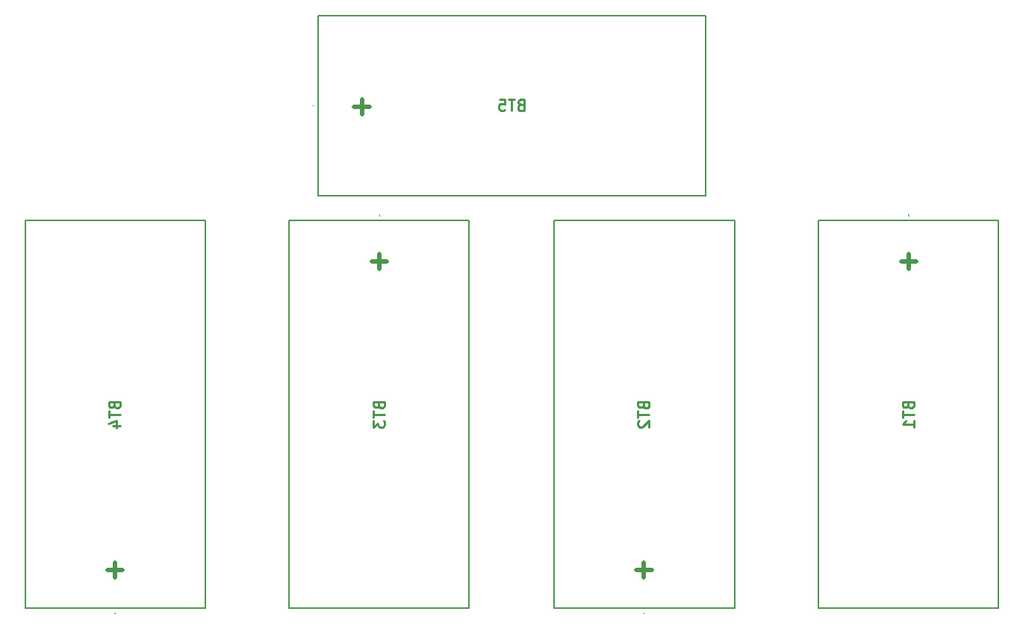
<source format=gbr>
%TF.GenerationSoftware,KiCad,Pcbnew,7.0.1-0*%
%TF.CreationDate,2023-05-22T13:54:53+09:00*%
%TF.ProjectId,Battery,42617474-6572-4792-9e6b-696361645f70,rev?*%
%TF.SameCoordinates,Original*%
%TF.FileFunction,Legend,Bot*%
%TF.FilePolarity,Positive*%
%FSLAX46Y46*%
G04 Gerber Fmt 4.6, Leading zero omitted, Abs format (unit mm)*
G04 Created by KiCad (PCBNEW 7.0.1-0) date 2023-05-22 13:54:53*
%MOMM*%
%LPD*%
G01*
G04 APERTURE LIST*
%ADD10C,0.500000*%
%ADD11C,0.254000*%
%ADD12C,0.100000*%
%ADD13C,0.200000*%
G04 APERTURE END LIST*
D10*
X159780000Y-115606428D02*
X159780000Y-117320714D01*
X158922857Y-116463571D02*
X160637143Y-116463571D01*
X99780000Y-115606428D02*
X99780000Y-117320714D01*
X98922857Y-116463571D02*
X100637143Y-116463571D01*
X127780000Y-63106428D02*
X127780000Y-64820714D01*
X126922857Y-63963571D02*
X128637143Y-63963571D01*
X189780000Y-80606428D02*
X189780000Y-82320714D01*
X188922857Y-81463571D02*
X190637143Y-81463571D01*
X129780000Y-80606428D02*
X129780000Y-82320714D01*
X128922857Y-81463571D02*
X130637143Y-81463571D01*
D11*
%TO.C,BT5*%
X145777856Y-63712288D02*
X145596428Y-63772764D01*
X145596428Y-63772764D02*
X145535951Y-63833240D01*
X145535951Y-63833240D02*
X145475475Y-63954192D01*
X145475475Y-63954192D02*
X145475475Y-64135621D01*
X145475475Y-64135621D02*
X145535951Y-64256573D01*
X145535951Y-64256573D02*
X145596428Y-64317050D01*
X145596428Y-64317050D02*
X145717380Y-64377526D01*
X145717380Y-64377526D02*
X146201190Y-64377526D01*
X146201190Y-64377526D02*
X146201190Y-63107526D01*
X146201190Y-63107526D02*
X145777856Y-63107526D01*
X145777856Y-63107526D02*
X145656904Y-63168002D01*
X145656904Y-63168002D02*
X145596428Y-63228478D01*
X145596428Y-63228478D02*
X145535951Y-63349430D01*
X145535951Y-63349430D02*
X145535951Y-63470383D01*
X145535951Y-63470383D02*
X145596428Y-63591335D01*
X145596428Y-63591335D02*
X145656904Y-63651811D01*
X145656904Y-63651811D02*
X145777856Y-63712288D01*
X145777856Y-63712288D02*
X146201190Y-63712288D01*
X145112618Y-63107526D02*
X144386904Y-63107526D01*
X144749761Y-64377526D02*
X144749761Y-63107526D01*
X143358809Y-63107526D02*
X143963571Y-63107526D01*
X143963571Y-63107526D02*
X144024047Y-63712288D01*
X144024047Y-63712288D02*
X143963571Y-63651811D01*
X143963571Y-63651811D02*
X143842618Y-63591335D01*
X143842618Y-63591335D02*
X143540237Y-63591335D01*
X143540237Y-63591335D02*
X143419285Y-63651811D01*
X143419285Y-63651811D02*
X143358809Y-63712288D01*
X143358809Y-63712288D02*
X143298332Y-63833240D01*
X143298332Y-63833240D02*
X143298332Y-64135621D01*
X143298332Y-64135621D02*
X143358809Y-64256573D01*
X143358809Y-64256573D02*
X143419285Y-64317050D01*
X143419285Y-64317050D02*
X143540237Y-64377526D01*
X143540237Y-64377526D02*
X143842618Y-64377526D01*
X143842618Y-64377526D02*
X143963571Y-64317050D01*
X143963571Y-64317050D02*
X144024047Y-64256573D01*
%TO.C,BT3*%
X129702288Y-97792143D02*
X129762764Y-97973571D01*
X129762764Y-97973571D02*
X129823240Y-98034048D01*
X129823240Y-98034048D02*
X129944192Y-98094524D01*
X129944192Y-98094524D02*
X130125621Y-98094524D01*
X130125621Y-98094524D02*
X130246573Y-98034048D01*
X130246573Y-98034048D02*
X130307050Y-97973571D01*
X130307050Y-97973571D02*
X130367526Y-97852619D01*
X130367526Y-97852619D02*
X130367526Y-97368809D01*
X130367526Y-97368809D02*
X129097526Y-97368809D01*
X129097526Y-97368809D02*
X129097526Y-97792143D01*
X129097526Y-97792143D02*
X129158002Y-97913095D01*
X129158002Y-97913095D02*
X129218478Y-97973571D01*
X129218478Y-97973571D02*
X129339430Y-98034048D01*
X129339430Y-98034048D02*
X129460383Y-98034048D01*
X129460383Y-98034048D02*
X129581335Y-97973571D01*
X129581335Y-97973571D02*
X129641811Y-97913095D01*
X129641811Y-97913095D02*
X129702288Y-97792143D01*
X129702288Y-97792143D02*
X129702288Y-97368809D01*
X129097526Y-98457381D02*
X129097526Y-99183095D01*
X130367526Y-98820238D02*
X129097526Y-98820238D01*
X129097526Y-99485476D02*
X129097526Y-100271667D01*
X129097526Y-100271667D02*
X129581335Y-99848333D01*
X129581335Y-99848333D02*
X129581335Y-100029762D01*
X129581335Y-100029762D02*
X129641811Y-100150714D01*
X129641811Y-100150714D02*
X129702288Y-100211190D01*
X129702288Y-100211190D02*
X129823240Y-100271667D01*
X129823240Y-100271667D02*
X130125621Y-100271667D01*
X130125621Y-100271667D02*
X130246573Y-100211190D01*
X130246573Y-100211190D02*
X130307050Y-100150714D01*
X130307050Y-100150714D02*
X130367526Y-100029762D01*
X130367526Y-100029762D02*
X130367526Y-99666905D01*
X130367526Y-99666905D02*
X130307050Y-99545952D01*
X130307050Y-99545952D02*
X130246573Y-99485476D01*
%TO.C,BT4*%
X99702288Y-97792143D02*
X99762764Y-97973571D01*
X99762764Y-97973571D02*
X99823240Y-98034048D01*
X99823240Y-98034048D02*
X99944192Y-98094524D01*
X99944192Y-98094524D02*
X100125621Y-98094524D01*
X100125621Y-98094524D02*
X100246573Y-98034048D01*
X100246573Y-98034048D02*
X100307050Y-97973571D01*
X100307050Y-97973571D02*
X100367526Y-97852619D01*
X100367526Y-97852619D02*
X100367526Y-97368809D01*
X100367526Y-97368809D02*
X99097526Y-97368809D01*
X99097526Y-97368809D02*
X99097526Y-97792143D01*
X99097526Y-97792143D02*
X99158002Y-97913095D01*
X99158002Y-97913095D02*
X99218478Y-97973571D01*
X99218478Y-97973571D02*
X99339430Y-98034048D01*
X99339430Y-98034048D02*
X99460383Y-98034048D01*
X99460383Y-98034048D02*
X99581335Y-97973571D01*
X99581335Y-97973571D02*
X99641811Y-97913095D01*
X99641811Y-97913095D02*
X99702288Y-97792143D01*
X99702288Y-97792143D02*
X99702288Y-97368809D01*
X99097526Y-98457381D02*
X99097526Y-99183095D01*
X100367526Y-98820238D02*
X99097526Y-98820238D01*
X99520859Y-100150714D02*
X100367526Y-100150714D01*
X99037050Y-99848333D02*
X99944192Y-99545952D01*
X99944192Y-99545952D02*
X99944192Y-100332143D01*
%TO.C,BT1*%
X189702288Y-97792143D02*
X189762764Y-97973571D01*
X189762764Y-97973571D02*
X189823240Y-98034048D01*
X189823240Y-98034048D02*
X189944192Y-98094524D01*
X189944192Y-98094524D02*
X190125621Y-98094524D01*
X190125621Y-98094524D02*
X190246573Y-98034048D01*
X190246573Y-98034048D02*
X190307050Y-97973571D01*
X190307050Y-97973571D02*
X190367526Y-97852619D01*
X190367526Y-97852619D02*
X190367526Y-97368809D01*
X190367526Y-97368809D02*
X189097526Y-97368809D01*
X189097526Y-97368809D02*
X189097526Y-97792143D01*
X189097526Y-97792143D02*
X189158002Y-97913095D01*
X189158002Y-97913095D02*
X189218478Y-97973571D01*
X189218478Y-97973571D02*
X189339430Y-98034048D01*
X189339430Y-98034048D02*
X189460383Y-98034048D01*
X189460383Y-98034048D02*
X189581335Y-97973571D01*
X189581335Y-97973571D02*
X189641811Y-97913095D01*
X189641811Y-97913095D02*
X189702288Y-97792143D01*
X189702288Y-97792143D02*
X189702288Y-97368809D01*
X189097526Y-98457381D02*
X189097526Y-99183095D01*
X190367526Y-98820238D02*
X189097526Y-98820238D01*
X190367526Y-100271667D02*
X190367526Y-99545952D01*
X190367526Y-99908809D02*
X189097526Y-99908809D01*
X189097526Y-99908809D02*
X189278954Y-99787857D01*
X189278954Y-99787857D02*
X189399907Y-99666905D01*
X189399907Y-99666905D02*
X189460383Y-99545952D01*
%TO.C,BT2*%
X159702288Y-97792143D02*
X159762764Y-97973571D01*
X159762764Y-97973571D02*
X159823240Y-98034048D01*
X159823240Y-98034048D02*
X159944192Y-98094524D01*
X159944192Y-98094524D02*
X160125621Y-98094524D01*
X160125621Y-98094524D02*
X160246573Y-98034048D01*
X160246573Y-98034048D02*
X160307050Y-97973571D01*
X160307050Y-97973571D02*
X160367526Y-97852619D01*
X160367526Y-97852619D02*
X160367526Y-97368809D01*
X160367526Y-97368809D02*
X159097526Y-97368809D01*
X159097526Y-97368809D02*
X159097526Y-97792143D01*
X159097526Y-97792143D02*
X159158002Y-97913095D01*
X159158002Y-97913095D02*
X159218478Y-97973571D01*
X159218478Y-97973571D02*
X159339430Y-98034048D01*
X159339430Y-98034048D02*
X159460383Y-98034048D01*
X159460383Y-98034048D02*
X159581335Y-97973571D01*
X159581335Y-97973571D02*
X159641811Y-97913095D01*
X159641811Y-97913095D02*
X159702288Y-97792143D01*
X159702288Y-97792143D02*
X159702288Y-97368809D01*
X159097526Y-98457381D02*
X159097526Y-99183095D01*
X160367526Y-98820238D02*
X159097526Y-98820238D01*
X159218478Y-99545952D02*
X159158002Y-99606428D01*
X159158002Y-99606428D02*
X159097526Y-99727381D01*
X159097526Y-99727381D02*
X159097526Y-100029762D01*
X159097526Y-100029762D02*
X159158002Y-100150714D01*
X159158002Y-100150714D02*
X159218478Y-100211190D01*
X159218478Y-100211190D02*
X159339430Y-100271667D01*
X159339430Y-100271667D02*
X159460383Y-100271667D01*
X159460383Y-100271667D02*
X159641811Y-100211190D01*
X159641811Y-100211190D02*
X160367526Y-99485476D01*
X160367526Y-99485476D02*
X160367526Y-100271667D01*
D12*
%TO.C,BT5*%
X122180000Y-63790000D02*
X122180000Y-63790000D01*
X122280000Y-63790000D02*
X122280000Y-63790000D01*
D13*
X122830000Y-53630000D02*
X166730000Y-53630000D01*
X122830000Y-74040000D02*
X122830000Y-53630000D01*
X166730000Y-53630000D02*
X166730000Y-74040000D01*
X166730000Y-74040000D02*
X122830000Y-74040000D01*
D12*
X122280000Y-63790000D02*
G75*
G03*
X122180000Y-63790000I-50000J0D01*
G01*
X122180000Y-63790000D02*
G75*
G03*
X122280000Y-63790000I50000J0D01*
G01*
%TO.C,BT3*%
X129780000Y-76190000D02*
X129780000Y-76190000D01*
X129780000Y-76290000D02*
X129780000Y-76290000D01*
D13*
X139940000Y-76840000D02*
X139940000Y-120740000D01*
X119530000Y-76840000D02*
X139940000Y-76840000D01*
X139940000Y-120740000D02*
X119530000Y-120740000D01*
X119530000Y-120740000D02*
X119530000Y-76840000D01*
D12*
X129780000Y-76290000D02*
G75*
G03*
X129780000Y-76190000I0J50000D01*
G01*
X129780000Y-76190000D02*
G75*
G03*
X129780000Y-76290000I0J-50000D01*
G01*
%TO.C,BT4*%
X99780000Y-121390000D02*
X99780000Y-121390000D01*
X99780000Y-121290000D02*
X99780000Y-121290000D01*
D13*
X89620000Y-120740000D02*
X89620000Y-76840000D01*
X110030000Y-120740000D02*
X89620000Y-120740000D01*
X89620000Y-76840000D02*
X110030000Y-76840000D01*
X110030000Y-76840000D02*
X110030000Y-120740000D01*
D12*
X99780000Y-121290000D02*
G75*
G03*
X99780000Y-121390000I0J-50000D01*
G01*
X99780000Y-121390000D02*
G75*
G03*
X99780000Y-121290000I0J50000D01*
G01*
%TO.C,BT1*%
X189780000Y-76190000D02*
X189780000Y-76190000D01*
X189780000Y-76290000D02*
X189780000Y-76290000D01*
D13*
X199940000Y-76840000D02*
X199940000Y-120740000D01*
X179530000Y-76840000D02*
X199940000Y-76840000D01*
X199940000Y-120740000D02*
X179530000Y-120740000D01*
X179530000Y-120740000D02*
X179530000Y-76840000D01*
D12*
X189780000Y-76290000D02*
G75*
G03*
X189780000Y-76190000I0J50000D01*
G01*
X189780000Y-76190000D02*
G75*
G03*
X189780000Y-76290000I0J-50000D01*
G01*
%TO.C,BT2*%
X159780000Y-121390000D02*
X159780000Y-121390000D01*
X159780000Y-121290000D02*
X159780000Y-121290000D01*
D13*
X149620000Y-120740000D02*
X149620000Y-76840000D01*
X170030000Y-120740000D02*
X149620000Y-120740000D01*
X149620000Y-76840000D02*
X170030000Y-76840000D01*
X170030000Y-76840000D02*
X170030000Y-120740000D01*
D12*
X159780000Y-121290000D02*
G75*
G03*
X159780000Y-121390000I0J-50000D01*
G01*
X159780000Y-121390000D02*
G75*
G03*
X159780000Y-121290000I0J50000D01*
G01*
%TD*%
M02*

</source>
